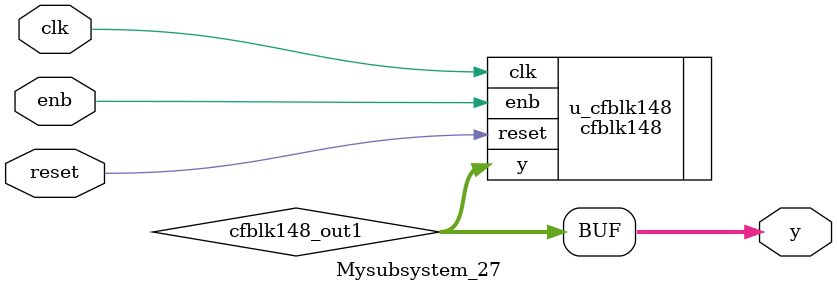
<source format=v>



`timescale 1 ns / 1 ns

module Mysubsystem_27
          (clk,
           reset,
           enb,
           y);


  input   clk;
  input   reset;
  input   enb;
  output  [15:0] y;  // uint16


  wire [15:0] cfblk148_out1;  // uint16


  cfblk148 u_cfblk148 (.clk(clk),
                       .reset(reset),
                       .enb(enb),
                       .y(cfblk148_out1)  // uint16
                       );

  assign y = cfblk148_out1;

endmodule  // Mysubsystem_27


</source>
